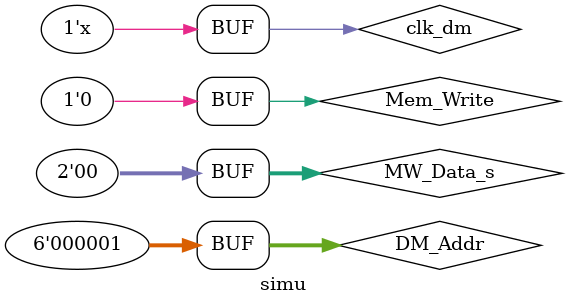
<source format=sv>
`timescale 1ns / 1ps

module simu();
    reg [7:2] DM_Addr;
    reg [1:0] MW_Data_s;
    reg Mem_Write;
    reg clk_dm;
    wire [31:0] M_R_Data;
    memory mem 
    (
        .DM_Addr(DM_Addr), 
        .MW_Data_s(MW_Data_s), 
        .Mem_Write(Mem_Write), 
        .clk_dm(clk_dm), 
        .M_R_Data(M_R_Data)
    );
    always #20 clk_dm = ~clk_dm;
    initial begin
        // Initialize Inputs
        DM_Addr = 0;
        MW_Data_s = 0;
        Mem_Write = 0;
        clk_dm = 0;
        #100;
        DM_Addr = 0;
        MW_Data_s = 0;
        Mem_Write = 0;
        #100;
        DM_Addr = 1;
        MW_Data_s = 0;
        Mem_Write = 0;
        #100;
        DM_Addr = 1;
        MW_Data_s = 1;
        Mem_Write = 1;
        #100;
        DM_Addr = 1;
        MW_Data_s = 0;
        Mem_Write = 0;
    end
endmodule
</source>
